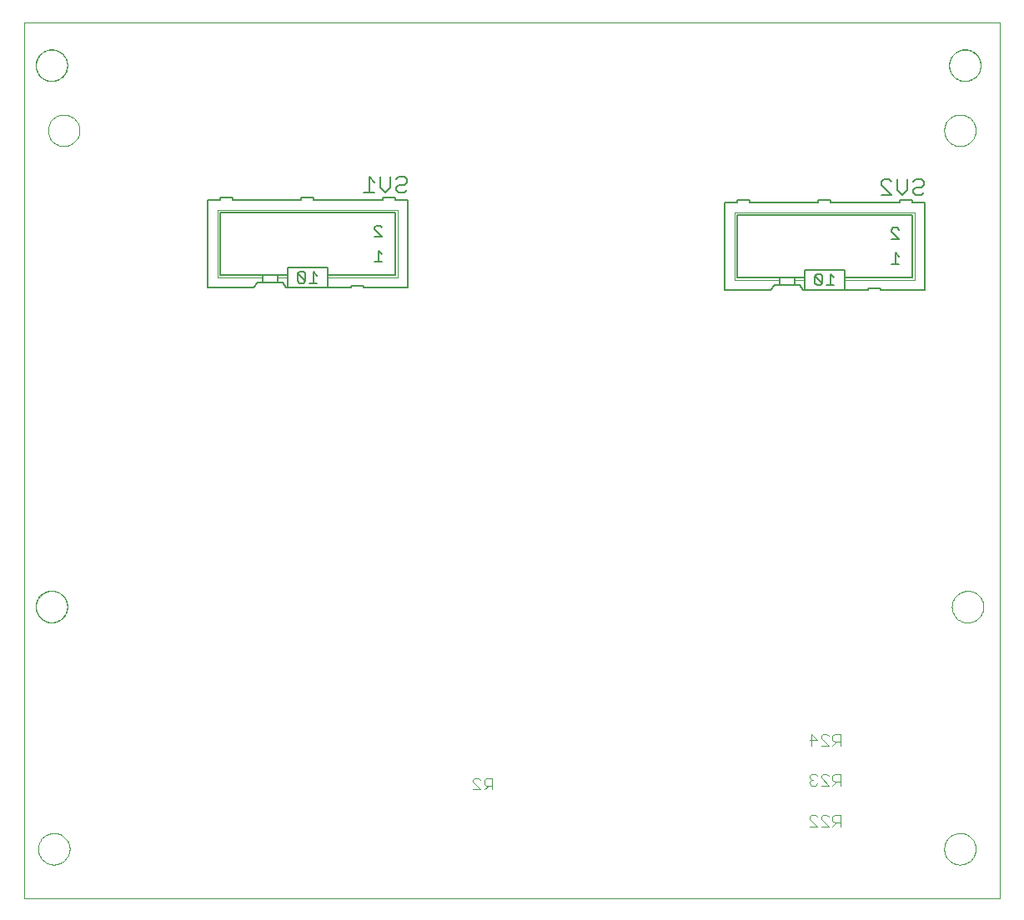
<source format=gbo>
G75*
%MOIN*%
%OFA0B0*%
%FSLAX24Y24*%
%IPPOS*%
%LPD*%
%AMOC8*
5,1,8,0,0,1.08239X$1,22.5*
%
%ADD10C,0.0000*%
%ADD11C,0.0040*%
%ADD12C,0.0060*%
%ADD13C,0.0020*%
%ADD14C,0.0050*%
%ADD15C,0.0070*%
D10*
X000394Y000139D02*
X000394Y035179D01*
X039370Y035179D01*
X039370Y000139D01*
X000394Y000139D01*
X000945Y002108D02*
X000947Y002158D01*
X000953Y002208D01*
X000963Y002257D01*
X000977Y002305D01*
X000994Y002352D01*
X001015Y002397D01*
X001040Y002441D01*
X001068Y002482D01*
X001100Y002521D01*
X001134Y002558D01*
X001171Y002592D01*
X001211Y002622D01*
X001253Y002649D01*
X001297Y002673D01*
X001343Y002694D01*
X001390Y002710D01*
X001438Y002723D01*
X001488Y002732D01*
X001537Y002737D01*
X001588Y002738D01*
X001638Y002735D01*
X001687Y002728D01*
X001736Y002717D01*
X001784Y002702D01*
X001830Y002684D01*
X001875Y002662D01*
X001918Y002636D01*
X001959Y002607D01*
X001998Y002575D01*
X002034Y002540D01*
X002066Y002502D01*
X002096Y002462D01*
X002123Y002419D01*
X002146Y002375D01*
X002165Y002329D01*
X002181Y002281D01*
X002193Y002232D01*
X002201Y002183D01*
X002205Y002133D01*
X002205Y002083D01*
X002201Y002033D01*
X002193Y001984D01*
X002181Y001935D01*
X002165Y001887D01*
X002146Y001841D01*
X002123Y001797D01*
X002096Y001754D01*
X002066Y001714D01*
X002034Y001676D01*
X001998Y001641D01*
X001959Y001609D01*
X001918Y001580D01*
X001875Y001554D01*
X001830Y001532D01*
X001784Y001514D01*
X001736Y001499D01*
X001687Y001488D01*
X001638Y001481D01*
X001588Y001478D01*
X001537Y001479D01*
X001488Y001484D01*
X001438Y001493D01*
X001390Y001506D01*
X001343Y001522D01*
X001297Y001543D01*
X001253Y001567D01*
X001211Y001594D01*
X001171Y001624D01*
X001134Y001658D01*
X001100Y001695D01*
X001068Y001734D01*
X001040Y001775D01*
X001015Y001819D01*
X000994Y001864D01*
X000977Y001911D01*
X000963Y001959D01*
X000953Y002008D01*
X000947Y002058D01*
X000945Y002108D01*
X000854Y011793D02*
X000856Y011843D01*
X000862Y011893D01*
X000872Y011942D01*
X000886Y011990D01*
X000903Y012037D01*
X000924Y012082D01*
X000949Y012126D01*
X000977Y012167D01*
X001009Y012206D01*
X001043Y012243D01*
X001080Y012277D01*
X001120Y012307D01*
X001162Y012334D01*
X001206Y012358D01*
X001252Y012379D01*
X001299Y012395D01*
X001347Y012408D01*
X001397Y012417D01*
X001446Y012422D01*
X001497Y012423D01*
X001547Y012420D01*
X001596Y012413D01*
X001645Y012402D01*
X001693Y012387D01*
X001739Y012369D01*
X001784Y012347D01*
X001827Y012321D01*
X001868Y012292D01*
X001907Y012260D01*
X001943Y012225D01*
X001975Y012187D01*
X002005Y012147D01*
X002032Y012104D01*
X002055Y012060D01*
X002074Y012014D01*
X002090Y011966D01*
X002102Y011917D01*
X002110Y011868D01*
X002114Y011818D01*
X002114Y011768D01*
X002110Y011718D01*
X002102Y011669D01*
X002090Y011620D01*
X002074Y011572D01*
X002055Y011526D01*
X002032Y011482D01*
X002005Y011439D01*
X001975Y011399D01*
X001943Y011361D01*
X001907Y011326D01*
X001868Y011294D01*
X001827Y011265D01*
X001784Y011239D01*
X001739Y011217D01*
X001693Y011199D01*
X001645Y011184D01*
X001596Y011173D01*
X001547Y011166D01*
X001497Y011163D01*
X001446Y011164D01*
X001397Y011169D01*
X001347Y011178D01*
X001299Y011191D01*
X001252Y011207D01*
X001206Y011228D01*
X001162Y011252D01*
X001120Y011279D01*
X001080Y011309D01*
X001043Y011343D01*
X001009Y011380D01*
X000977Y011419D01*
X000949Y011460D01*
X000924Y011504D01*
X000903Y011549D01*
X000886Y011596D01*
X000872Y011644D01*
X000862Y011693D01*
X000856Y011743D01*
X000854Y011793D01*
X000846Y011803D02*
X000848Y011853D01*
X000854Y011903D01*
X000864Y011952D01*
X000878Y012000D01*
X000895Y012047D01*
X000916Y012092D01*
X000941Y012136D01*
X000969Y012177D01*
X001001Y012216D01*
X001035Y012253D01*
X001072Y012287D01*
X001112Y012317D01*
X001154Y012344D01*
X001198Y012368D01*
X001244Y012389D01*
X001291Y012405D01*
X001339Y012418D01*
X001389Y012427D01*
X001438Y012432D01*
X001489Y012433D01*
X001539Y012430D01*
X001588Y012423D01*
X001637Y012412D01*
X001685Y012397D01*
X001731Y012379D01*
X001776Y012357D01*
X001819Y012331D01*
X001860Y012302D01*
X001899Y012270D01*
X001935Y012235D01*
X001967Y012197D01*
X001997Y012157D01*
X002024Y012114D01*
X002047Y012070D01*
X002066Y012024D01*
X002082Y011976D01*
X002094Y011927D01*
X002102Y011878D01*
X002106Y011828D01*
X002106Y011778D01*
X002102Y011728D01*
X002094Y011679D01*
X002082Y011630D01*
X002066Y011582D01*
X002047Y011536D01*
X002024Y011492D01*
X001997Y011449D01*
X001967Y011409D01*
X001935Y011371D01*
X001899Y011336D01*
X001860Y011304D01*
X001819Y011275D01*
X001776Y011249D01*
X001731Y011227D01*
X001685Y011209D01*
X001637Y011194D01*
X001588Y011183D01*
X001539Y011176D01*
X001489Y011173D01*
X001438Y011174D01*
X001389Y011179D01*
X001339Y011188D01*
X001291Y011201D01*
X001244Y011217D01*
X001198Y011238D01*
X001154Y011262D01*
X001112Y011289D01*
X001072Y011319D01*
X001035Y011353D01*
X001001Y011390D01*
X000969Y011429D01*
X000941Y011470D01*
X000916Y011514D01*
X000895Y011559D01*
X000878Y011606D01*
X000864Y011654D01*
X000854Y011703D01*
X000848Y011753D01*
X000846Y011803D01*
X001339Y030848D02*
X001341Y030898D01*
X001347Y030948D01*
X001357Y030997D01*
X001371Y031045D01*
X001388Y031092D01*
X001409Y031137D01*
X001434Y031181D01*
X001462Y031222D01*
X001494Y031261D01*
X001528Y031298D01*
X001565Y031332D01*
X001605Y031362D01*
X001647Y031389D01*
X001691Y031413D01*
X001737Y031434D01*
X001784Y031450D01*
X001832Y031463D01*
X001882Y031472D01*
X001931Y031477D01*
X001982Y031478D01*
X002032Y031475D01*
X002081Y031468D01*
X002130Y031457D01*
X002178Y031442D01*
X002224Y031424D01*
X002269Y031402D01*
X002312Y031376D01*
X002353Y031347D01*
X002392Y031315D01*
X002428Y031280D01*
X002460Y031242D01*
X002490Y031202D01*
X002517Y031159D01*
X002540Y031115D01*
X002559Y031069D01*
X002575Y031021D01*
X002587Y030972D01*
X002595Y030923D01*
X002599Y030873D01*
X002599Y030823D01*
X002595Y030773D01*
X002587Y030724D01*
X002575Y030675D01*
X002559Y030627D01*
X002540Y030581D01*
X002517Y030537D01*
X002490Y030494D01*
X002460Y030454D01*
X002428Y030416D01*
X002392Y030381D01*
X002353Y030349D01*
X002312Y030320D01*
X002269Y030294D01*
X002224Y030272D01*
X002178Y030254D01*
X002130Y030239D01*
X002081Y030228D01*
X002032Y030221D01*
X001982Y030218D01*
X001931Y030219D01*
X001882Y030224D01*
X001832Y030233D01*
X001784Y030246D01*
X001737Y030262D01*
X001691Y030283D01*
X001647Y030307D01*
X001605Y030334D01*
X001565Y030364D01*
X001528Y030398D01*
X001494Y030435D01*
X001462Y030474D01*
X001434Y030515D01*
X001409Y030559D01*
X001388Y030604D01*
X001371Y030651D01*
X001357Y030699D01*
X001347Y030748D01*
X001341Y030798D01*
X001339Y030848D01*
X000854Y033446D02*
X000856Y033496D01*
X000862Y033546D01*
X000872Y033595D01*
X000886Y033643D01*
X000903Y033690D01*
X000924Y033735D01*
X000949Y033779D01*
X000977Y033820D01*
X001009Y033859D01*
X001043Y033896D01*
X001080Y033930D01*
X001120Y033960D01*
X001162Y033987D01*
X001206Y034011D01*
X001252Y034032D01*
X001299Y034048D01*
X001347Y034061D01*
X001397Y034070D01*
X001446Y034075D01*
X001497Y034076D01*
X001547Y034073D01*
X001596Y034066D01*
X001645Y034055D01*
X001693Y034040D01*
X001739Y034022D01*
X001784Y034000D01*
X001827Y033974D01*
X001868Y033945D01*
X001907Y033913D01*
X001943Y033878D01*
X001975Y033840D01*
X002005Y033800D01*
X002032Y033757D01*
X002055Y033713D01*
X002074Y033667D01*
X002090Y033619D01*
X002102Y033570D01*
X002110Y033521D01*
X002114Y033471D01*
X002114Y033421D01*
X002110Y033371D01*
X002102Y033322D01*
X002090Y033273D01*
X002074Y033225D01*
X002055Y033179D01*
X002032Y033135D01*
X002005Y033092D01*
X001975Y033052D01*
X001943Y033014D01*
X001907Y032979D01*
X001868Y032947D01*
X001827Y032918D01*
X001784Y032892D01*
X001739Y032870D01*
X001693Y032852D01*
X001645Y032837D01*
X001596Y032826D01*
X001547Y032819D01*
X001497Y032816D01*
X001446Y032817D01*
X001397Y032822D01*
X001347Y032831D01*
X001299Y032844D01*
X001252Y032860D01*
X001206Y032881D01*
X001162Y032905D01*
X001120Y032932D01*
X001080Y032962D01*
X001043Y032996D01*
X001009Y033033D01*
X000977Y033072D01*
X000949Y033113D01*
X000924Y033157D01*
X000903Y033202D01*
X000886Y033249D01*
X000872Y033297D01*
X000862Y033346D01*
X000856Y033396D01*
X000854Y033446D01*
X000846Y033456D02*
X000848Y033506D01*
X000854Y033556D01*
X000864Y033605D01*
X000878Y033653D01*
X000895Y033700D01*
X000916Y033745D01*
X000941Y033789D01*
X000969Y033830D01*
X001001Y033869D01*
X001035Y033906D01*
X001072Y033940D01*
X001112Y033970D01*
X001154Y033997D01*
X001198Y034021D01*
X001244Y034042D01*
X001291Y034058D01*
X001339Y034071D01*
X001389Y034080D01*
X001438Y034085D01*
X001489Y034086D01*
X001539Y034083D01*
X001588Y034076D01*
X001637Y034065D01*
X001685Y034050D01*
X001731Y034032D01*
X001776Y034010D01*
X001819Y033984D01*
X001860Y033955D01*
X001899Y033923D01*
X001935Y033888D01*
X001967Y033850D01*
X001997Y033810D01*
X002024Y033767D01*
X002047Y033723D01*
X002066Y033677D01*
X002082Y033629D01*
X002094Y033580D01*
X002102Y033531D01*
X002106Y033481D01*
X002106Y033431D01*
X002102Y033381D01*
X002094Y033332D01*
X002082Y033283D01*
X002066Y033235D01*
X002047Y033189D01*
X002024Y033145D01*
X001997Y033102D01*
X001967Y033062D01*
X001935Y033024D01*
X001899Y032989D01*
X001860Y032957D01*
X001819Y032928D01*
X001776Y032902D01*
X001731Y032880D01*
X001685Y032862D01*
X001637Y032847D01*
X001588Y032836D01*
X001539Y032829D01*
X001489Y032826D01*
X001438Y032827D01*
X001389Y032832D01*
X001339Y032841D01*
X001291Y032854D01*
X001244Y032870D01*
X001198Y032891D01*
X001154Y032915D01*
X001112Y032942D01*
X001072Y032972D01*
X001035Y033006D01*
X001001Y033043D01*
X000969Y033082D01*
X000941Y033123D01*
X000916Y033167D01*
X000895Y033212D01*
X000878Y033259D01*
X000864Y033307D01*
X000854Y033356D01*
X000848Y033406D01*
X000846Y033456D01*
X037165Y030848D02*
X037167Y030898D01*
X037173Y030948D01*
X037183Y030997D01*
X037197Y031045D01*
X037214Y031092D01*
X037235Y031137D01*
X037260Y031181D01*
X037288Y031222D01*
X037320Y031261D01*
X037354Y031298D01*
X037391Y031332D01*
X037431Y031362D01*
X037473Y031389D01*
X037517Y031413D01*
X037563Y031434D01*
X037610Y031450D01*
X037658Y031463D01*
X037708Y031472D01*
X037757Y031477D01*
X037808Y031478D01*
X037858Y031475D01*
X037907Y031468D01*
X037956Y031457D01*
X038004Y031442D01*
X038050Y031424D01*
X038095Y031402D01*
X038138Y031376D01*
X038179Y031347D01*
X038218Y031315D01*
X038254Y031280D01*
X038286Y031242D01*
X038316Y031202D01*
X038343Y031159D01*
X038366Y031115D01*
X038385Y031069D01*
X038401Y031021D01*
X038413Y030972D01*
X038421Y030923D01*
X038425Y030873D01*
X038425Y030823D01*
X038421Y030773D01*
X038413Y030724D01*
X038401Y030675D01*
X038385Y030627D01*
X038366Y030581D01*
X038343Y030537D01*
X038316Y030494D01*
X038286Y030454D01*
X038254Y030416D01*
X038218Y030381D01*
X038179Y030349D01*
X038138Y030320D01*
X038095Y030294D01*
X038050Y030272D01*
X038004Y030254D01*
X037956Y030239D01*
X037907Y030228D01*
X037858Y030221D01*
X037808Y030218D01*
X037757Y030219D01*
X037708Y030224D01*
X037658Y030233D01*
X037610Y030246D01*
X037563Y030262D01*
X037517Y030283D01*
X037473Y030307D01*
X037431Y030334D01*
X037391Y030364D01*
X037354Y030398D01*
X037320Y030435D01*
X037288Y030474D01*
X037260Y030515D01*
X037235Y030559D01*
X037214Y030604D01*
X037197Y030651D01*
X037183Y030699D01*
X037173Y030748D01*
X037167Y030798D01*
X037165Y030848D01*
X037354Y033446D02*
X037356Y033496D01*
X037362Y033546D01*
X037372Y033595D01*
X037386Y033643D01*
X037403Y033690D01*
X037424Y033735D01*
X037449Y033779D01*
X037477Y033820D01*
X037509Y033859D01*
X037543Y033896D01*
X037580Y033930D01*
X037620Y033960D01*
X037662Y033987D01*
X037706Y034011D01*
X037752Y034032D01*
X037799Y034048D01*
X037847Y034061D01*
X037897Y034070D01*
X037946Y034075D01*
X037997Y034076D01*
X038047Y034073D01*
X038096Y034066D01*
X038145Y034055D01*
X038193Y034040D01*
X038239Y034022D01*
X038284Y034000D01*
X038327Y033974D01*
X038368Y033945D01*
X038407Y033913D01*
X038443Y033878D01*
X038475Y033840D01*
X038505Y033800D01*
X038532Y033757D01*
X038555Y033713D01*
X038574Y033667D01*
X038590Y033619D01*
X038602Y033570D01*
X038610Y033521D01*
X038614Y033471D01*
X038614Y033421D01*
X038610Y033371D01*
X038602Y033322D01*
X038590Y033273D01*
X038574Y033225D01*
X038555Y033179D01*
X038532Y033135D01*
X038505Y033092D01*
X038475Y033052D01*
X038443Y033014D01*
X038407Y032979D01*
X038368Y032947D01*
X038327Y032918D01*
X038284Y032892D01*
X038239Y032870D01*
X038193Y032852D01*
X038145Y032837D01*
X038096Y032826D01*
X038047Y032819D01*
X037997Y032816D01*
X037946Y032817D01*
X037897Y032822D01*
X037847Y032831D01*
X037799Y032844D01*
X037752Y032860D01*
X037706Y032881D01*
X037662Y032905D01*
X037620Y032932D01*
X037580Y032962D01*
X037543Y032996D01*
X037509Y033033D01*
X037477Y033072D01*
X037449Y033113D01*
X037424Y033157D01*
X037403Y033202D01*
X037386Y033249D01*
X037372Y033297D01*
X037362Y033346D01*
X037356Y033396D01*
X037354Y033446D01*
X037362Y033456D02*
X037364Y033506D01*
X037370Y033556D01*
X037380Y033605D01*
X037394Y033653D01*
X037411Y033700D01*
X037432Y033745D01*
X037457Y033789D01*
X037485Y033830D01*
X037517Y033869D01*
X037551Y033906D01*
X037588Y033940D01*
X037628Y033970D01*
X037670Y033997D01*
X037714Y034021D01*
X037760Y034042D01*
X037807Y034058D01*
X037855Y034071D01*
X037905Y034080D01*
X037954Y034085D01*
X038005Y034086D01*
X038055Y034083D01*
X038104Y034076D01*
X038153Y034065D01*
X038201Y034050D01*
X038247Y034032D01*
X038292Y034010D01*
X038335Y033984D01*
X038376Y033955D01*
X038415Y033923D01*
X038451Y033888D01*
X038483Y033850D01*
X038513Y033810D01*
X038540Y033767D01*
X038563Y033723D01*
X038582Y033677D01*
X038598Y033629D01*
X038610Y033580D01*
X038618Y033531D01*
X038622Y033481D01*
X038622Y033431D01*
X038618Y033381D01*
X038610Y033332D01*
X038598Y033283D01*
X038582Y033235D01*
X038563Y033189D01*
X038540Y033145D01*
X038513Y033102D01*
X038483Y033062D01*
X038451Y033024D01*
X038415Y032989D01*
X038376Y032957D01*
X038335Y032928D01*
X038292Y032902D01*
X038247Y032880D01*
X038201Y032862D01*
X038153Y032847D01*
X038104Y032836D01*
X038055Y032829D01*
X038005Y032826D01*
X037954Y032827D01*
X037905Y032832D01*
X037855Y032841D01*
X037807Y032854D01*
X037760Y032870D01*
X037714Y032891D01*
X037670Y032915D01*
X037628Y032942D01*
X037588Y032972D01*
X037551Y033006D01*
X037517Y033043D01*
X037485Y033082D01*
X037457Y033123D01*
X037432Y033167D01*
X037411Y033212D01*
X037394Y033259D01*
X037380Y033307D01*
X037370Y033356D01*
X037364Y033406D01*
X037362Y033456D01*
X037468Y011793D02*
X037470Y011843D01*
X037476Y011893D01*
X037486Y011942D01*
X037500Y011990D01*
X037517Y012037D01*
X037538Y012082D01*
X037563Y012126D01*
X037591Y012167D01*
X037623Y012206D01*
X037657Y012243D01*
X037694Y012277D01*
X037734Y012307D01*
X037776Y012334D01*
X037820Y012358D01*
X037866Y012379D01*
X037913Y012395D01*
X037961Y012408D01*
X038011Y012417D01*
X038060Y012422D01*
X038111Y012423D01*
X038161Y012420D01*
X038210Y012413D01*
X038259Y012402D01*
X038307Y012387D01*
X038353Y012369D01*
X038398Y012347D01*
X038441Y012321D01*
X038482Y012292D01*
X038521Y012260D01*
X038557Y012225D01*
X038589Y012187D01*
X038619Y012147D01*
X038646Y012104D01*
X038669Y012060D01*
X038688Y012014D01*
X038704Y011966D01*
X038716Y011917D01*
X038724Y011868D01*
X038728Y011818D01*
X038728Y011768D01*
X038724Y011718D01*
X038716Y011669D01*
X038704Y011620D01*
X038688Y011572D01*
X038669Y011526D01*
X038646Y011482D01*
X038619Y011439D01*
X038589Y011399D01*
X038557Y011361D01*
X038521Y011326D01*
X038482Y011294D01*
X038441Y011265D01*
X038398Y011239D01*
X038353Y011217D01*
X038307Y011199D01*
X038259Y011184D01*
X038210Y011173D01*
X038161Y011166D01*
X038111Y011163D01*
X038060Y011164D01*
X038011Y011169D01*
X037961Y011178D01*
X037913Y011191D01*
X037866Y011207D01*
X037820Y011228D01*
X037776Y011252D01*
X037734Y011279D01*
X037694Y011309D01*
X037657Y011343D01*
X037623Y011380D01*
X037591Y011419D01*
X037563Y011460D01*
X037538Y011504D01*
X037517Y011549D01*
X037500Y011596D01*
X037486Y011644D01*
X037476Y011693D01*
X037470Y011743D01*
X037468Y011793D01*
X037165Y002108D02*
X037167Y002158D01*
X037173Y002208D01*
X037183Y002257D01*
X037197Y002305D01*
X037214Y002352D01*
X037235Y002397D01*
X037260Y002441D01*
X037288Y002482D01*
X037320Y002521D01*
X037354Y002558D01*
X037391Y002592D01*
X037431Y002622D01*
X037473Y002649D01*
X037517Y002673D01*
X037563Y002694D01*
X037610Y002710D01*
X037658Y002723D01*
X037708Y002732D01*
X037757Y002737D01*
X037808Y002738D01*
X037858Y002735D01*
X037907Y002728D01*
X037956Y002717D01*
X038004Y002702D01*
X038050Y002684D01*
X038095Y002662D01*
X038138Y002636D01*
X038179Y002607D01*
X038218Y002575D01*
X038254Y002540D01*
X038286Y002502D01*
X038316Y002462D01*
X038343Y002419D01*
X038366Y002375D01*
X038385Y002329D01*
X038401Y002281D01*
X038413Y002232D01*
X038421Y002183D01*
X038425Y002133D01*
X038425Y002083D01*
X038421Y002033D01*
X038413Y001984D01*
X038401Y001935D01*
X038385Y001887D01*
X038366Y001841D01*
X038343Y001797D01*
X038316Y001754D01*
X038286Y001714D01*
X038254Y001676D01*
X038218Y001641D01*
X038179Y001609D01*
X038138Y001580D01*
X038095Y001554D01*
X038050Y001532D01*
X038004Y001514D01*
X037956Y001499D01*
X037907Y001488D01*
X037858Y001481D01*
X037808Y001478D01*
X037757Y001479D01*
X037708Y001484D01*
X037658Y001493D01*
X037610Y001506D01*
X037563Y001522D01*
X037517Y001543D01*
X037473Y001567D01*
X037431Y001594D01*
X037391Y001624D01*
X037354Y001658D01*
X037320Y001695D01*
X037288Y001734D01*
X037260Y001775D01*
X037235Y001819D01*
X037214Y001864D01*
X037197Y001911D01*
X037183Y001959D01*
X037173Y002008D01*
X037167Y002058D01*
X037165Y002108D01*
D11*
X033006Y002996D02*
X033006Y003456D01*
X032775Y003456D01*
X032699Y003380D01*
X032699Y003226D01*
X032775Y003149D01*
X033006Y003149D01*
X032852Y003149D02*
X032699Y002996D01*
X032545Y002996D02*
X032238Y003303D01*
X032238Y003380D01*
X032315Y003456D01*
X032468Y003456D01*
X032545Y003380D01*
X032545Y002996D02*
X032238Y002996D01*
X032085Y002996D02*
X031778Y003303D01*
X031778Y003380D01*
X031855Y003456D01*
X032008Y003456D01*
X032085Y003380D01*
X032085Y002996D02*
X031778Y002996D01*
X031855Y004646D02*
X032008Y004646D01*
X032085Y004722D01*
X032238Y004646D02*
X032545Y004646D01*
X032238Y004953D01*
X032238Y005029D01*
X032315Y005106D01*
X032468Y005106D01*
X032545Y005029D01*
X032699Y005029D02*
X032699Y004876D01*
X032775Y004799D01*
X033006Y004799D01*
X033006Y004646D02*
X033006Y005106D01*
X032775Y005106D01*
X032699Y005029D01*
X032852Y004799D02*
X032699Y004646D01*
X032085Y005029D02*
X032008Y005106D01*
X031855Y005106D01*
X031778Y005029D01*
X031778Y004953D01*
X031855Y004876D01*
X031778Y004799D01*
X031778Y004722D01*
X031855Y004646D01*
X031855Y004876D02*
X031931Y004876D01*
X031855Y006236D02*
X031855Y006697D01*
X032085Y006466D01*
X031778Y006466D01*
X032238Y006543D02*
X032238Y006620D01*
X032315Y006697D01*
X032468Y006697D01*
X032545Y006620D01*
X032699Y006620D02*
X032699Y006466D01*
X032775Y006390D01*
X033006Y006390D01*
X033006Y006236D02*
X033006Y006697D01*
X032775Y006697D01*
X032699Y006620D01*
X032852Y006390D02*
X032699Y006236D01*
X032545Y006236D02*
X032238Y006543D01*
X032238Y006236D02*
X032545Y006236D01*
X019090Y004941D02*
X019090Y004480D01*
X019090Y004634D02*
X018860Y004634D01*
X018783Y004710D01*
X018783Y004864D01*
X018860Y004941D01*
X019090Y004941D01*
X018937Y004634D02*
X018783Y004480D01*
X018630Y004480D02*
X018323Y004787D01*
X018323Y004864D01*
X018400Y004941D01*
X018553Y004941D01*
X018630Y004864D01*
X018630Y004480D02*
X018323Y004480D01*
D12*
X015713Y024570D02*
X013963Y024570D01*
X013963Y024620D01*
X013463Y024620D01*
X013463Y024570D01*
X012513Y024570D01*
X012513Y024970D01*
X012513Y025070D01*
X015213Y025070D01*
X015213Y027570D01*
X008213Y027570D01*
X008213Y025070D01*
X009913Y025070D01*
X010513Y025070D01*
X010913Y025070D01*
X010913Y024970D01*
X010913Y024570D01*
X012513Y024570D01*
X012513Y025070D02*
X012513Y025370D01*
X010913Y025370D01*
X010913Y025070D01*
X010713Y024770D02*
X010513Y024770D01*
X009913Y024770D01*
X009913Y024970D01*
X009913Y025070D01*
X009913Y024770D02*
X009713Y024770D01*
X009563Y024570D01*
X007713Y024570D01*
X007713Y028070D01*
X008213Y028070D01*
X008213Y028170D01*
X008713Y028170D01*
X008713Y028070D01*
X011463Y028070D01*
X011463Y028170D01*
X011963Y028170D01*
X011963Y028070D01*
X014713Y028070D01*
X014713Y028170D01*
X015213Y028170D01*
X015213Y028070D01*
X015713Y028070D01*
X015713Y024570D01*
X010913Y024570D02*
X010863Y024570D01*
X010713Y024770D01*
X010513Y024770D02*
X010513Y024970D01*
X010513Y025070D01*
X028382Y024472D02*
X028382Y027972D01*
X028882Y027972D01*
X028882Y028072D01*
X029382Y028072D01*
X029382Y027972D01*
X032132Y027972D01*
X032132Y028072D01*
X032632Y028072D01*
X032632Y027972D01*
X035382Y027972D01*
X035382Y028072D01*
X035882Y028072D01*
X035882Y027972D01*
X036382Y027972D01*
X036382Y024472D01*
X034632Y024472D01*
X034632Y024522D01*
X034132Y024522D01*
X034132Y024472D01*
X033182Y024472D01*
X033182Y024872D01*
X033182Y024972D01*
X035882Y024972D01*
X035882Y027472D01*
X028882Y027472D01*
X028882Y024972D01*
X030582Y024972D01*
X031182Y024972D01*
X031582Y024972D01*
X031582Y024872D01*
X031582Y024472D01*
X033182Y024472D01*
X033182Y024972D02*
X033182Y025272D01*
X031582Y025272D01*
X031582Y024972D01*
X031382Y024672D02*
X031182Y024672D01*
X030582Y024672D01*
X030582Y024872D01*
X030582Y024972D01*
X030582Y024672D02*
X030382Y024672D01*
X030232Y024472D01*
X028382Y024472D01*
X031182Y024672D02*
X031182Y024872D01*
X031182Y024972D01*
X031382Y024672D02*
X031532Y024472D01*
X031582Y024472D01*
D13*
X031582Y024872D02*
X031182Y024872D01*
X030582Y024872D02*
X028782Y024872D01*
X028782Y027572D01*
X035982Y027572D01*
X035982Y024872D01*
X033182Y024872D01*
X015313Y024970D02*
X012513Y024970D01*
X010913Y024970D02*
X010513Y024970D01*
X009913Y024970D02*
X008113Y024970D01*
X008113Y027670D01*
X015313Y027670D01*
X015313Y024970D01*
D14*
X014688Y025595D02*
X014387Y025595D01*
X014537Y025595D02*
X014537Y026046D01*
X014688Y025896D01*
X014688Y026595D02*
X014387Y026595D01*
X014688Y026595D02*
X014387Y026896D01*
X014387Y026971D01*
X014462Y027046D01*
X014613Y027046D01*
X014688Y026971D01*
X012088Y025046D02*
X011937Y025196D01*
X011937Y024745D01*
X011787Y024745D02*
X012088Y024745D01*
X011627Y024821D02*
X011627Y025121D01*
X011552Y025196D01*
X011402Y025196D01*
X011327Y025121D01*
X011627Y024821D01*
X011552Y024745D01*
X011402Y024745D01*
X011327Y024821D01*
X011327Y025121D01*
X031996Y025022D02*
X031996Y024722D01*
X032071Y024647D01*
X032221Y024647D01*
X032296Y024722D01*
X031996Y025022D01*
X032071Y025097D01*
X032221Y025097D01*
X032296Y025022D01*
X032296Y024722D01*
X032457Y024647D02*
X032757Y024647D01*
X032607Y024647D02*
X032607Y025097D01*
X032757Y024947D01*
X035057Y025497D02*
X035357Y025497D01*
X035207Y025497D02*
X035207Y025947D01*
X035357Y025797D01*
X035357Y026497D02*
X035057Y026797D01*
X035057Y026872D01*
X035132Y026947D01*
X035282Y026947D01*
X035357Y026872D01*
X035357Y026497D02*
X035057Y026497D01*
D15*
X035058Y028257D02*
X034637Y028257D01*
X034637Y028677D02*
X034637Y028782D01*
X034743Y028888D01*
X034953Y028888D01*
X035058Y028782D01*
X035282Y028888D02*
X035282Y028467D01*
X035492Y028257D01*
X035702Y028467D01*
X035702Y028888D01*
X035927Y028782D02*
X036032Y028888D01*
X036242Y028888D01*
X036347Y028782D01*
X036347Y028677D01*
X036242Y028572D01*
X036032Y028572D01*
X035927Y028467D01*
X035927Y028362D01*
X036032Y028257D01*
X036242Y028257D01*
X036347Y028362D01*
X035058Y028257D02*
X034637Y028677D01*
X015678Y028776D02*
X015573Y028671D01*
X015362Y028671D01*
X015257Y028566D01*
X015257Y028461D01*
X015362Y028355D01*
X015573Y028355D01*
X015678Y028461D01*
X015678Y028776D02*
X015678Y028881D01*
X015573Y028986D01*
X015362Y028986D01*
X015257Y028881D01*
X015033Y028986D02*
X015033Y028566D01*
X014823Y028355D01*
X014613Y028566D01*
X014613Y028986D01*
X014388Y028776D02*
X014178Y028986D01*
X014178Y028355D01*
X014388Y028355D02*
X013968Y028355D01*
M02*

</source>
